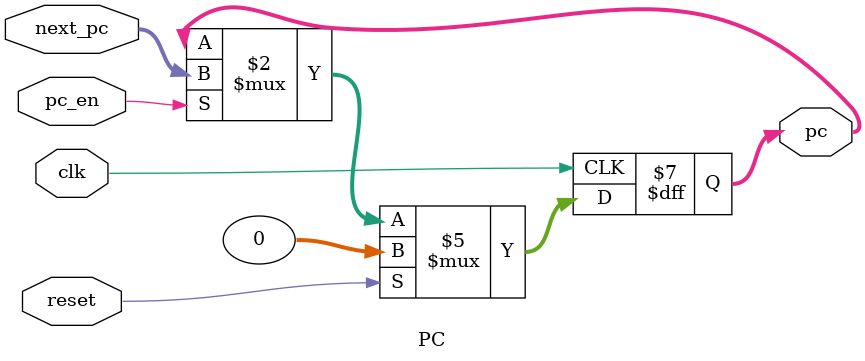
<source format=sv>
`timescale 1ns / 1ps


module PC(
input logic        clk,reset,
input logic  [31:0]next_pc,
input logic        pc_en,
output logic [31:0]pc
    );
    
    
always_ff@(posedge clk) begin
    if(reset) begin
        pc <= 32'b0;
    end
    else if (pc_en) begin
        pc <= next_pc;
    end


end
endmodule

</source>
